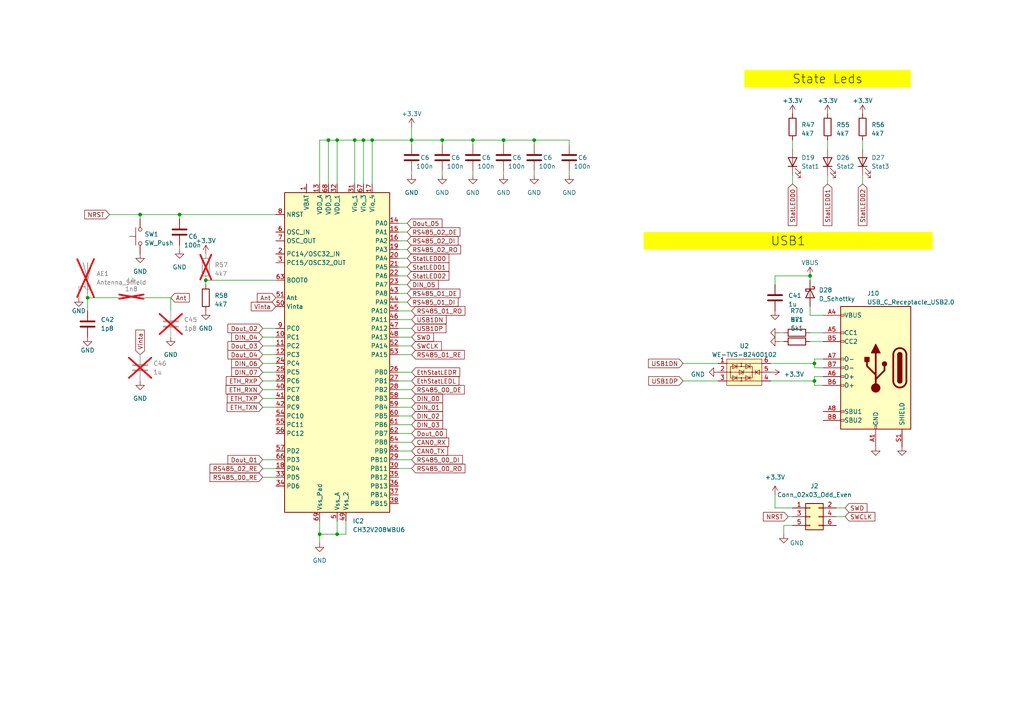
<source format=kicad_sch>
(kicad_sch (version 20231120) (generator "eeschema") (generator_version "8.0")
  (paper "A4")
  (lib_symbols
    (symbol "Connector:USB_C_Receptacle_USB2.0" (pin_names (offset 1.016))
      (property "Reference" "J" (at -10.16 19.05 0))
      (property "Value" "USB_C_Receptacle_USB2.0" (at 19.05 19.05 0))
      (symbol "USB_C_Receptacle_USB2.0_0_0"
        (rectangle (start -0.254 -17.78) (end 0.254 -16.764))
        (rectangle (start 10.16 -14.986) (end 9.144 -15.494))
        (rectangle (start 10.16 -12.446) (end 9.144 -12.954))
        (rectangle (start 10.16 -4.826) (end 9.144 -5.334))
        (rectangle (start 10.16 -2.286) (end 9.144 -2.794))
        (rectangle (start 10.16 0.254) (end 9.144 -0.254))
        (rectangle (start 10.16 2.794) (end 9.144 2.286))
        (rectangle (start 10.16 7.874) (end 9.144 7.366))
        (rectangle (start 10.16 10.414) (end 9.144 9.906))
        (rectangle (start 10.16 15.494) (end 9.144 14.986))
      )
      (symbol "USB_C_Receptacle_USB2.0_0_1"
        (rectangle (start -10.16 17.78) (end 10.16 -17.78) (stroke (width 0.254)) (fill (type background)))
        (arc (start -8.89 -3.81) (mid -6.985 -5.7067) (end -5.08 -3.81) (stroke (width 0.508)))
        (arc (start -7.62 -3.81) (mid -6.985 -4.4423) (end -6.35 -3.81) (stroke (width 0.254)))
        (arc (start -7.62 -3.81) (mid -6.985 -4.4423) (end -6.35 -3.81) (stroke (width 0.254)) (fill (type outline)))
        (rectangle (start -7.62 -3.81) (end -6.35 3.81) (stroke (width 0.254)) (fill (type outline)))
        (arc (start -6.35 3.81) (mid -6.985 4.4423) (end -7.62 3.81) (stroke (width 0.254)))
        (arc (start -6.35 3.81) (mid -6.985 4.4423) (end -7.62 3.81) (stroke (width 0.254)) (fill (type outline)))
        (arc (start -5.08 3.81) (mid -6.985 5.7067) (end -8.89 3.81) (stroke (width 0.508)))
        (circle (center -2.54 1.143) (radius 0.635) (stroke (width 0.254)) (fill (type outline)))
        (circle (center 0 -5.842) (radius 1.27) (fill (type outline)))
        (polyline (pts (xy -8.89 -3.81) (xy -8.89 3.81)) (stroke (width 0.508)))
        (polyline (pts (xy -5.08 3.81) (xy -5.08 -3.81)) (stroke (width 0.508)))
        (polyline (pts (xy 0 -5.842) (xy 0 4.318)) (stroke (width 0.508)))
        (polyline (pts (xy 0 -3.302) (xy -2.54 -0.762) (xy -2.54 0.508)) (stroke (width 0.508)))
        (polyline (pts (xy 0 -2.032) (xy 2.54 0.508) (xy 2.54 1.778)) (stroke (width 0.508)))
        (polyline (pts (xy -1.27 4.318) (xy 0 6.858) (xy 1.27 4.318) (xy -1.27 4.318)) (stroke (width 0.254)) (fill (type outline)))
        (rectangle (start 1.905 1.778) (end 3.175 3.048) (stroke (width 0.254)) (fill (type outline)))
      )
      (symbol "USB_C_Receptacle_USB2.0_1_1"
        (pin passive line (at 0 -22.86 90) (length 5.08) (name "GND") (number "A1"))
        (pin passive line (at 0 -22.86 90) (length 5.08) hide (name "GND") (number "A12"))
        (pin passive line (at 15.24 15.24 180) (length 5.08) (name "VBUS") (number "A4"))
        (pin bidirectional line (at 15.24 10.16 180) (length 5.08) (name "CC1") (number "A5"))
        (pin bidirectional line (at 15.24 -2.54 180) (length 5.08) (name "D+") (number "A6"))
        (pin bidirectional line (at 15.24 2.54 180) (length 5.08) (name "D-") (number "A7"))
        (pin bidirectional line (at 15.24 -12.7 180) (length 5.08) (name "SBU1") (number "A8"))
        (pin passive line (at 15.24 15.24 180) (length 5.08) hide (name "VBUS") (number "A9"))
        (pin passive line (at 0 -22.86 90) (length 5.08) hide (name "GND") (number "B1"))
        (pin passive line (at 0 -22.86 90) (length 5.08) hide (name "GND") (number "B12"))
        (pin passive line (at 15.24 15.24 180) (length 5.08) hide (name "VBUS") (number "B4"))
        (pin bidirectional line (at 15.24 7.62 180) (length 5.08) (name "CC2") (number "B5"))
        (pin bidirectional line (at 15.24 -5.08 180) (length 5.08) (name "D+") (number "B6"))
        (pin bidirectional line (at 15.24 0 180) (length 5.08) (name "D-") (number "B7"))
        (pin bidirectional line (at 15.24 -15.24 180) (length 5.08) (name "SBU2") (number "B8"))
        (pin passive line (at 15.24 15.24 180) (length 5.08) hide (name "VBUS") (number "B9"))
        (pin passive line (at -7.62 -22.86 90) (length 5.08) (name "SHIELD") (number "S1"))
      )
    )
    (symbol "Connector_Generic:Conn_02x03_Odd_Even" (pin_names (offset 1.016) hide)
      (property "Reference" "J" (at 1.27 5.08 0))
      (property "Value" "Conn_02x03_Odd_Even" (at 1.27 -5.08 0))
      (symbol "Conn_02x03_Odd_Even_1_1"
        (rectangle (start -1.27 -2.413) (end 0 -2.667) (stroke (width 0.1524)))
        (rectangle (start -1.27 0.127) (end 0 -0.127) (stroke (width 0.1524)))
        (rectangle (start -1.27 2.667) (end 0 2.413) (stroke (width 0.1524)))
        (rectangle (start -1.27 3.81) (end 3.81 -3.81) (stroke (width 0.254)) (fill (type background)))
        (rectangle (start 3.81 -2.413) (end 2.54 -2.667) (stroke (width 0.1524)))
        (rectangle (start 3.81 0.127) (end 2.54 -0.127) (stroke (width 0.1524)))
        (rectangle (start 3.81 2.667) (end 2.54 2.413) (stroke (width 0.1524)))
        (pin passive line (at -5.08 2.54 0) (length 3.81) (name "Pin_1") (number "1"))
        (pin passive line (at 7.62 2.54 180) (length 3.81) (name "Pin_2") (number "2"))
        (pin passive line (at -5.08 0 0) (length 3.81) (name "Pin_3") (number "3"))
        (pin passive line (at 7.62 0 180) (length 3.81) (name "Pin_4") (number "4"))
        (pin passive line (at -5.08 -2.54 0) (length 3.81) (name "Pin_5") (number "5"))
        (pin passive line (at 7.62 -2.54 180) (length 3.81) (name "Pin_6") (number "6"))
      )
    )
    (symbol "Device:Antenna_Shield" (pin_numbers hide) (pin_names (offset 1.016) hide)
      (property "Reference" "AE" (at -1.905 4.445 0))
      (property "Value" "Antenna_Shield" (at -1.905 2.54 0))
      (symbol "Antenna_Shield_0_1"
        (arc (start -0.508 -1.143) (mid -0.8429 -2.1194) (end 0 -2.667))
        (arc (start 0 -2.667) (mid 0.7989 -2.1052) (end 0.508 -1.143))
        (polyline (pts (xy 0 -2.54) (xy 0 0)))
        (polyline (pts (xy 0 5.08) (xy 0 -3.81)) (stroke (width 0.254)))
        (polyline (pts (xy 0.762 -1.905) (xy 2.54 -1.905)))
        (polyline (pts (xy 2.54 -2.54) (xy 2.54 -1.905)))
        (polyline (pts (xy 1.27 5.08) (xy 0 0) (xy -1.27 5.08)) (stroke (width 0.254)))
        (circle (center 0.762 -1.905) (radius 0.1778) (fill (type outline)))
      )
      (symbol "Antenna_Shield_1_1"
        (pin input line (at 0 -5.08 90) (length 2.54) (name "A") (number "1"))
        (pin input line (at 2.54 -5.08 90) (length 2.54) (name "Shield") (number "2"))
      )
    )
    (symbol "Device:C" (pin_numbers hide) (pin_names (offset 0.254))
      (property "Reference" "C" (at 0.635 2.54 0))
      (property "Value" "C" (at 0.635 -2.54 0))
      (symbol "C_0_1"
        (polyline (pts (xy -2.032 -0.762) (xy 2.032 -0.762)) (stroke (width 0.508)))
        (polyline (pts (xy -2.032 0.762) (xy 2.032 0.762)) (stroke (width 0.508)))
      )
      (symbol "C_1_1"
        (pin passive line (at 0 3.81 270) (length 2.794) (name "~") (number "1"))
        (pin passive line (at 0 -3.81 90) (length 2.794) (name "~") (number "2"))
      )
    )
    (symbol "Device:D_Schottky" (pin_numbers hide) (pin_names (offset 1.016) hide)
      (property "Reference" "D" (at 0 2.54 0))
      (property "Value" "D_Schottky" (at 0 -2.54 0))
      (symbol "D_Schottky_0_1"
        (polyline (pts (xy 1.27 0) (xy -1.27 0)))
        (polyline (pts (xy 1.27 1.27) (xy 1.27 -1.27) (xy -1.27 0) (xy 1.27 1.27)) (stroke (width 0.254)))
        (polyline (pts (xy -1.905 0.635) (xy -1.905 1.27) (xy -1.27 1.27) (xy -1.27 -1.27) (xy -0.635 -1.27) (xy -0.635 -0.635)) (stroke (width 0.254)))
      )
      (symbol "D_Schottky_1_1"
        (pin passive line (at -3.81 0 0) (length 2.54) (name "K") (number "1"))
        (pin passive line (at 3.81 0 180) (length 2.54) (name "A") (number "2"))
      )
    )
    (symbol "Device:L" (pin_numbers hide) (pin_names (offset 1.016) hide)
      (property "Reference" "L" (at -1.27 0 90))
      (property "Value" "L" (at 1.905 0 90))
      (symbol "L_0_1"
        (arc (start 0 -2.54) (mid 0.6323 -1.905) (end 0 -1.27))
        (arc (start 0 -1.27) (mid 0.6323 -0.635) (end 0 0))
        (arc (start 0 0) (mid 0.6323 0.635) (end 0 1.27))
        (arc (start 0 1.27) (mid 0.6323 1.905) (end 0 2.54))
      )
      (symbol "L_1_1"
        (pin passive line (at 0 3.81 270) (length 1.27) (name "1") (number "1"))
        (pin passive line (at 0 -3.81 90) (length 1.27) (name "2") (number "2"))
      )
    )
    (symbol "Device:LED" (pin_numbers hide) (pin_names (offset 1.016) hide)
      (property "Reference" "D" (at 0 2.54 0))
      (property "Value" "LED" (at 0 -2.54 0))
      (symbol "LED_0_1"
        (polyline (pts (xy -1.27 -1.27) (xy -1.27 1.27)) (stroke (width 0.254)))
        (polyline (pts (xy -1.27 0) (xy 1.27 0)))
        (polyline (pts (xy 1.27 -1.27) (xy 1.27 1.27) (xy -1.27 0) (xy 1.27 -1.27)) (stroke (width 0.254)))
        (polyline (pts (xy -3.048 -0.762) (xy -4.572 -2.286) (xy -3.81 -2.286) (xy -4.572 -2.286) (xy -4.572 -1.524)))
        (polyline (pts (xy -1.778 -0.762) (xy -3.302 -2.286) (xy -2.54 -2.286) (xy -3.302 -2.286) (xy -3.302 -1.524)))
      )
      (symbol "LED_1_1"
        (pin passive line (at -3.81 0 0) (length 2.54) (name "K") (number "1"))
        (pin passive line (at 3.81 0 180) (length 2.54) (name "A") (number "2"))
      )
    )
    (symbol "Device:R" (pin_numbers hide) (pin_names (offset 0))
      (property "Reference" "R" (at 2.032 0 90))
      (property "Value" "R" (at 0 0 90))
      (symbol "R_0_1"
        (rectangle (start -1.016 -2.54) (end 1.016 2.54) (stroke (width 0.254)))
      )
      (symbol "R_1_1"
        (pin passive line (at 0 3.81 270) (length 1.27) (name "~") (number "1"))
        (pin passive line (at 0 -3.81 90) (length 1.27) (name "~") (number "2"))
      )
    )
    (symbol "Power_Protection:WE-TVS-82400102"
      (property "Reference" "U" (at 0 7.62 0))
      (property "Value" "WE-TVS-82400102" (at 0 5.08 0))
      (symbol "WE-TVS-82400102_0_1"
        (rectangle (start -5.08 3.81) (end 5.08 -3.81) (fill (type background)))
        (circle (center -4.064 0) (radius 0.127))
        (rectangle (start -4.064 1.651) (end 2.286 -1.651))
        (circle (center -0.889 -2.54) (radius 0.127))
        (circle (center -0.889 -1.651) (radius 0.127))
        (circle (center -0.889 1.651) (radius 0.127))
        (circle (center -0.889 2.54) (radius 0.127))
        (polyline (pts (xy -5.08 -2.54) (xy 5.08 -2.54)))
        (polyline (pts (xy -5.08 2.54) (xy 5.08 2.54)))
        (polyline (pts (xy -4.064 0) (xy -5.08 0)))
        (polyline (pts (xy -4.064 0) (xy 2.286 0)) (fill (type outline)))
        (polyline (pts (xy -2.159 -1.016) (xy -2.159 -2.286)))
        (polyline (pts (xy -2.159 2.286) (xy -2.159 1.016)))
        (polyline (pts (xy -0.889 -1.651) (xy -0.889 -2.413)))
        (polyline (pts (xy -0.889 1.651) (xy -0.889 2.54)))
        (polyline (pts (xy -0.508 -0.635) (xy -0.508 -0.635)))
        (polyline (pts (xy 1.651 -1.016) (xy 1.651 -2.286)))
        (polyline (pts (xy 1.651 2.286) (xy 1.651 1.016)))
        (polyline (pts (xy 2.286 0) (xy 5.08 0)))
        (polyline (pts (xy -3.429 -1.016) (xy -3.429 -2.286) (xy -2.159 -1.651) (xy -3.429 -1.016)))
        (polyline (pts (xy -3.429 1.016) (xy -3.429 2.286) (xy -2.159 1.651) (xy -3.429 1.016)))
        (polyline (pts (xy 0 0.635) (xy -0.254 0.381) (xy -0.254 -0.381) (xy -0.508 -0.635)))
        (polyline (pts (xy 0.381 -1.016) (xy 0.381 -2.286) (xy 1.651 -1.651) (xy 0.381 -1.016)))
        (polyline (pts (xy 0.381 1.016) (xy 0.381 2.286) (xy 1.651 1.651) (xy 0.381 1.016)))
        (circle (center 2.286 0) (radius 0.127))
      )
      (symbol "WE-TVS-82400102_1_1"
        (polyline (pts (xy 3.175 0.635) (xy 3.175 -0.635)))
        (polyline (pts (xy -1.524 0.635) (xy -1.524 -0.635) (xy -0.254 0) (xy -1.524 0.635)))
        (polyline (pts (xy 4.445 0.635) (xy 4.445 -0.635) (xy 3.175 0) (xy 4.445 0.635)))
        (pin passive line (at -7.62 2.54 0) (length 2.54) (name "~") (number "1"))
        (pin passive line (at -7.62 0 0) (length 2.54) (name "~") (number "2"))
        (pin passive line (at -7.62 -2.54 0) (length 2.54) (name "~") (number "3"))
        (pin passive line (at 7.62 -2.54 180) (length 2.54) (name "~") (number "4"))
        (pin passive line (at 7.62 0 180) (length 2.54) (name "~") (number "5"))
        (pin passive line (at 7.62 2.54 180) (length 2.54) (name "~") (number "6"))
      )
    )
    (symbol "Switch:SW_Push" (pin_numbers hide) (pin_names (offset 1.016) hide)
      (property "Reference" "SW" (at 1.27 2.54 0))
      (property "Value" "SW_Push" (at 0 -1.524 0))
      (symbol "SW_Push_0_1"
        (circle (center -2.032 0) (radius 0.508))
        (polyline (pts (xy 0 1.27) (xy 0 3.048)))
        (polyline (pts (xy 2.54 1.27) (xy -2.54 1.27)))
        (circle (center 2.032 0) (radius 0.508))
        (pin passive line (at -5.08 0 0) (length 2.54) (name "1") (number "1"))
        (pin passive line (at 5.08 0 180) (length 2.54) (name "2") (number "2"))
      )
    )
    (symbol "WCH:CH32V208WBU6"
      (property "Reference" "IC" (at -3.81 5.08 0))
      (property "Value" "CH32V208WBU6" (at -1.27 2.54 0))
      (symbol "CH32V208WBU6_1_1"
        (rectangle (start -16.51 49.53) (end 13.97 -43.18) (stroke (width 0.254)) (fill (type background)))
        (pin input line (at -10.16 52.07 270) (length 2.54) (name "VBAT") (number "1"))
        (pin input line (at -19.05 7.62 0) (length 2.54) (name "PC1") (number "10"))
        (pin input line (at -19.05 5.08 0) (length 2.54) (name "PC2") (number "11"))
        (pin input line (at -19.05 2.54 0) (length 2.54) (name "PC3") (number "12"))
        (pin input line (at -6.35 52.07 270) (length 2.54) (name "VDD_A") (number "13"))
        (pin input line (at 16.51 40.64 180) (length 2.54) (name "PA0") (number "14"))
        (pin input line (at 16.51 38.1 180) (length 2.54) (name "PA1") (number "15"))
        (pin input line (at 16.51 35.56 180) (length 2.54) (name "PA2") (number "16"))
        (pin input line (at 8.89 52.07 270) (length 2.54) (name "Vio_4") (number "17"))
        (pin input line (at -19.05 -30.48 0) (length 2.54) (name "PD4") (number "18"))
        (pin input line (at 16.51 33.02 180) (length 2.54) (name "PA3") (number "19"))
        (pin input line (at -19.05 31.75 0) (length 2.54) (name "PC14/OSC32_IN") (number "2"))
        (pin input line (at 16.51 30.48 180) (length 2.54) (name "PA4") (number "20"))
        (pin input line (at 16.51 27.94 180) (length 2.54) (name "PA5") (number "21"))
        (pin input line (at 16.51 25.4 180) (length 2.54) (name "PA6") (number "22"))
        (pin input line (at 16.51 22.86 180) (length 2.54) (name "PA7") (number "23"))
        (pin input line (at -19.05 0 0) (length 2.54) (name "PC4") (number "24"))
        (pin input line (at -19.05 -2.54 0) (length 2.54) (name "PC5") (number "25"))
        (pin input line (at 16.51 -2.54 180) (length 2.54) (name "PB0") (number "26"))
        (pin input line (at 16.51 -5.08 180) (length 2.54) (name "PB1") (number "27"))
        (pin input line (at 16.51 -7.62 180) (length 2.54) (name "PB2") (number "28"))
        (pin input line (at 16.51 -27.94 180) (length 2.54) (name "PB10") (number "29"))
        (pin input line (at -19.05 29.21 0) (length 2.54) (name "PC15/OSC32_OUT") (number "3"))
        (pin input line (at 16.51 -30.48 180) (length 2.54) (name "PB11") (number "30"))
        (pin input line (at 3.81 52.07 270) (length 2.54) (name "Vio_1") (number "31"))
        (pin input line (at -1.27 52.07 270) (length 2.54) (name "VDD_1") (number "32"))
        (pin input line (at -19.05 -33.02 0) (length 2.54) (name "PD5") (number "33"))
        (pin input line (at -19.05 -35.56 0) (length 2.54) (name "PD6") (number "34"))
        (pin input line (at 16.51 -33.02 180) (length 2.54) (name "PB12") (number "35"))
        (pin input line (at 16.51 -35.56 180) (length 2.54) (name "PB13") (number "36"))
        (pin input line (at 16.51 -38.1 180) (length 2.54) (name "PB14") (number "37"))
        (pin input line (at 16.51 -40.64 180) (length 2.54) (name "PB15") (number "38"))
        (pin input line (at -19.05 -5.08 0) (length 2.54) (name "PC6") (number "39"))
        (pin input line (at -19.05 -7.62 0) (length 2.54) (name "PC7") (number "40"))
        (pin input line (at -19.05 -10.16 0) (length 2.54) (name "PC8") (number "41"))
        (pin input line (at -19.05 -12.7 0) (length 2.54) (name "PC9") (number "42"))
        (pin input line (at 16.51 20.32 180) (length 2.54) (name "PA8") (number "43"))
        (pin input line (at 16.51 17.78 180) (length 2.54) (name "PA9") (number "44"))
        (pin input line (at 16.51 15.24 180) (length 2.54) (name "PA10") (number "45"))
        (pin input line (at 16.51 12.7 180) (length 2.54) (name "PA11") (number "46"))
        (pin input line (at 16.51 10.16 180) (length 2.54) (name "PA12") (number "47"))
        (pin input line (at 16.51 7.62 180) (length 2.54) (name "PA13") (number "48"))
        (pin input line (at 1.27 -45.72 90) (length 2.54) (name "Vss_2") (number "49"))
        (pin input line (at -1.27 -45.72 90) (length 2.54) (name "Vss_A") (number "5"))
        (pin input line (at -19.05 16.51 0) (length 2.54) (name "Vinta") (number "50"))
        (pin input line (at -19.05 19.05 0) (length 2.54) (name "Ant") (number "51"))
        (pin input line (at 16.51 5.08 180) (length 2.54) (name "PA14") (number "52"))
        (pin input line (at 16.51 2.54 180) (length 2.54) (name "PA15") (number "53"))
        (pin input line (at -19.05 -15.24 0) (length 2.54) (name "PC10") (number "54"))
        (pin input line (at -19.05 -17.78 0) (length 2.54) (name "PC11") (number "55"))
        (pin input line (at -19.05 -20.32 0) (length 2.54) (name "PC12") (number "56"))
        (pin input line (at -19.05 -25.4 0) (length 2.54) (name "PD2") (number "57"))
        (pin input line (at 16.51 -10.16 180) (length 2.54) (name "PB3") (number "58"))
        (pin input line (at 16.51 -12.7 180) (length 2.54) (name "PB4") (number "59"))
        (pin input line (at -19.05 38.1 0) (length 2.54) (name "OSC_IN") (number "6"))
        (pin input line (at 16.51 -15.24 180) (length 2.54) (name "PB5") (number "60"))
        (pin input line (at 16.51 -17.78 180) (length 2.54) (name "PB6") (number "61"))
        (pin input line (at 16.51 -20.32 180) (length 2.54) (name "PB7") (number "62"))
        (pin input line (at -19.05 24.13 0) (length 2.54) (name "BOOT0") (number "63"))
        (pin input line (at 16.51 -22.86 180) (length 2.54) (name "PB8") (number "64"))
        (pin input line (at 16.51 -25.4 180) (length 2.54) (name "PB9") (number "65"))
        (pin input line (at -19.05 -27.94 0) (length 2.54) (name "PD3") (number "66"))
        (pin input line (at 6.35 52.07 270) (length 2.54) (name "Vio_3") (number "67"))
        (pin input line (at -3.81 52.07 270) (length 2.54) (name "VDD_3") (number "68"))
        (pin input line (at -6.35 -45.72 90) (length 2.54) (name "Vss_Pad") (number "69"))
        (pin input line (at -19.05 35.56 0) (length 2.54) (name "OSC_OUT") (number "7"))
        (pin input line (at -19.05 43.18 0) (length 2.54) (name "NRST") (number "8"))
        (pin input line (at -19.05 10.16 0) (length 2.54) (name "PC0") (number "9"))
      )
    )
    (symbol "power:+3.3V" (power) (pin_names (offset 0))
      (property "Value" "+3.3V" (at 0 3.556 0))
      (symbol "+3.3V_0_1"
        (polyline (pts (xy -0.762 1.27) (xy 0 2.54)))
        (polyline (pts (xy 0 0) (xy 0 2.54)))
        (polyline (pts (xy 0 2.54) (xy 0.762 1.27)))
      )
      (symbol "+3.3V_1_1"
        (pin power_in line (at 0 0 90) (length 0) hide (name "+3.3V") (number "1"))
      )
    )
    (symbol "power:GND" (power) (pin_names (offset 0))
      (property "Value" "GND" (at 0 -3.81 0))
      (symbol "GND_0_1"
        (polyline (pts (xy 0 0) (xy 0 -1.27) (xy 1.27 -1.27) (xy 0 -2.54) (xy -1.27 -1.27) (xy 0 -1.27)))
      )
      (symbol "GND_1_1"
        (pin power_in line (at 0 0 270) (length 0) hide (name "GND") (number "1"))
      )
    )
    (symbol "power:VBUS" (power) (pin_names (offset 0))
      (property "Value" "VBUS" (at 0 3.81 0))
      (symbol "VBUS_0_1"
        (polyline (pts (xy -0.762 1.27) (xy 0 2.54)))
        (polyline (pts (xy 0 0) (xy 0 2.54)))
        (polyline (pts (xy 0 2.54) (xy 0.762 1.27)))
      )
      (symbol "VBUS_1_1"
        (pin power_in line (at 0 0 90) (length 0) hide (name "VBUS") (number "1"))
      )
    )
  )
  (junction (at 234.95 80.01))
  (junction (at 92.71 154.94))
  (junction (at 97.79 154.94))
  (junction (at 119.38 40.64))
  (junction (at 146.05 40.64))
  (junction (at 236.22 105.41))
  (junction (at 97.79 40.64))
  (junction (at 40.64 62.23))
  (junction (at 52.07 62.23))
  (junction (at 59.69 81.28))
  (junction (at 102.87 40.64))
  (junction (at 107.95 40.64))
  (junction (at 137.16 40.64))
  (junction (at 105.41 40.64))
  (junction (at 128.27 40.64))
  (junction (at 95.25 40.64))
  (junction (at 154.94 40.64))
  (junction (at 236.22 110.49))
  (junction (at 25.4 86.36))
  (wire (pts (xy 128.27 49.53) (xy 128.27 50.8)))
  (wire (pts (xy 76.2 107.95) (xy 80.01 107.95)))
  (wire (pts (xy 224.79 147.32) (xy 229.87 147.32)))
  (wire (pts (xy 154.94 49.53) (xy 154.94 50.8)))
  (wire (pts (xy 236.22 111.76) (xy 238.76 111.76)))
  (wire (pts (xy 40.64 63.5) (xy 40.64 62.23)))
  (wire (pts (xy 52.07 63.5) (xy 52.07 62.23)))
  (wire (pts (xy 119.38 107.95) (xy 115.57 107.95)))
  (wire (pts (xy 236.22 110.49) (xy 236.22 111.76)))
  (wire (pts (xy 76.2 138.43) (xy 80.01 138.43)))
  (wire (pts (xy 31.75 62.23) (xy 40.64 62.23)))
  (wire (pts (xy 137.16 40.64) (xy 146.05 40.64)))
  (wire (pts (xy 95.25 40.64) (xy 95.25 53.34)))
  (wire (pts (xy 119.38 125.73) (xy 115.57 125.73)))
  (wire (pts (xy 119.38 133.35) (xy 115.57 133.35)))
  (wire (pts (xy 119.38 120.65) (xy 115.57 120.65)))
  (wire (pts (xy 102.87 40.64) (xy 105.41 40.64)))
  (wire (pts (xy 223.52 105.41) (xy 236.22 105.41)))
  (wire (pts (xy 234.95 96.52) (xy 238.76 96.52)))
  (wire (pts (xy 165.1 49.53) (xy 165.1 50.8)))
  (wire (pts (xy 59.69 81.28) (xy 80.01 81.28)))
  (wire (pts (xy 76.2 110.49) (xy 80.01 110.49)))
  (wire (pts (xy 118.11 80.01) (xy 115.57 80.01)))
  (wire (pts (xy 238.76 109.22) (xy 236.22 109.22)))
  (wire (pts (xy 242.57 147.32) (xy 245.11 147.32)))
  (wire (pts (xy 118.11 74.93) (xy 115.57 74.93)))
  (wire (pts (xy 118.11 67.31) (xy 115.57 67.31)))
  (wire (pts (xy 198.12 105.41) (xy 208.28 105.41)))
  (wire (pts (xy 115.57 128.27) (xy 119.38 128.27)))
  (wire (pts (xy 146.05 40.64) (xy 154.94 40.64)))
  (wire (pts (xy 76.2 97.79) (xy 80.01 97.79)))
  (wire (pts (xy 154.94 40.64) (xy 165.1 40.64)))
  (wire (pts (xy 76.2 113.03) (xy 80.01 113.03)))
  (wire (pts (xy 76.2 102.87) (xy 80.01 102.87)))
  (wire (pts (xy 223.52 110.49) (xy 236.22 110.49)))
  (wire (pts (xy 226.06 99.06) (xy 227.33 99.06)))
  (wire (pts (xy 49.53 86.36) (xy 49.53 90.17)))
  (wire (pts (xy 227.33 152.4) (xy 229.87 152.4)))
  (wire (pts (xy 92.71 53.34) (xy 92.71 40.64)))
  (wire (pts (xy 154.94 41.91) (xy 154.94 40.64)))
  (wire (pts (xy 234.95 91.44) (xy 238.76 91.44)))
  (wire (pts (xy 97.79 40.64) (xy 97.79 53.34)))
  (wire (pts (xy 128.27 40.64) (xy 137.16 40.64)))
  (wire (pts (xy 224.79 143.51) (xy 224.79 147.32)))
  (wire (pts (xy 105.41 40.64) (xy 107.95 40.64)))
  (wire (pts (xy 234.95 99.06) (xy 238.76 99.06)))
  (wire (pts (xy 224.79 82.55) (xy 224.79 80.01)))
  (wire (pts (xy 100.33 151.13) (xy 100.33 154.94)))
  (wire (pts (xy 118.11 69.85) (xy 115.57 69.85)))
  (wire (pts (xy 95.25 40.64) (xy 97.79 40.64)))
  (wire (pts (xy 118.11 77.47) (xy 115.57 77.47)))
  (wire (pts (xy 118.11 82.55) (xy 115.57 82.55)))
  (wire (pts (xy 137.16 49.53) (xy 137.16 50.8)))
  (wire (pts (xy 229.87 40.64) (xy 229.87 43.18)))
  (wire (pts (xy 92.71 151.13) (xy 92.71 154.94)))
  (wire (pts (xy 25.4 86.36) (xy 25.4 90.17)))
  (wire (pts (xy 236.22 109.22) (xy 236.22 110.49)))
  (wire (pts (xy 119.38 49.53) (xy 119.38 50.8)))
  (wire (pts (xy 118.11 85.09) (xy 115.57 85.09)))
  (wire (pts (xy 76.2 115.57) (xy 80.01 115.57)))
  (wire (pts (xy 227.33 154.94) (xy 227.33 152.4)))
  (wire (pts (xy 52.07 62.23) (xy 80.01 62.23)))
  (wire (pts (xy 234.95 80.01) (xy 234.95 81.28)))
  (wire (pts (xy 224.79 80.01) (xy 234.95 80.01)))
  (wire (pts (xy 118.11 87.63) (xy 115.57 87.63)))
  (wire (pts (xy 119.38 90.17) (xy 115.57 90.17)))
  (wire (pts (xy 236.22 105.41) (xy 236.22 106.68)))
  (wire (pts (xy 119.38 41.91) (xy 119.38 40.64)))
  (wire (pts (xy 128.27 41.91) (xy 128.27 40.64)))
  (wire (pts (xy 119.38 40.64) (xy 128.27 40.64)))
  (wire (pts (xy 226.06 96.52) (xy 227.33 96.52)))
  (wire (pts (xy 146.05 49.53) (xy 146.05 50.8)))
  (wire (pts (xy 228.6 149.86) (xy 229.87 149.86)))
  (wire (pts (xy 97.79 151.13) (xy 97.79 154.94)))
  (wire (pts (xy 119.38 36.83) (xy 119.38 40.64)))
  (wire (pts (xy 240.03 40.64) (xy 240.03 43.18)))
  (wire (pts (xy 76.2 100.33) (xy 80.01 100.33)))
  (wire (pts (xy 107.95 40.64) (xy 107.95 53.34)))
  (wire (pts (xy 242.57 149.86) (xy 245.11 149.86)))
  (wire (pts (xy 100.33 154.94) (xy 97.79 154.94)))
  (wire (pts (xy 92.71 40.64) (xy 95.25 40.64)))
  (wire (pts (xy 119.38 40.64) (xy 107.95 40.64)))
  (wire (pts (xy 229.87 50.8) (xy 229.87 53.34)))
  (wire (pts (xy 76.2 133.35) (xy 80.01 133.35)))
  (wire (pts (xy 115.57 130.81) (xy 119.38 130.81)))
  (wire (pts (xy 137.16 41.91) (xy 137.16 40.64)))
  (wire (pts (xy 250.19 53.34) (xy 250.19 50.8)))
  (wire (pts (xy 146.05 41.91) (xy 146.05 40.64)))
  (wire (pts (xy 52.07 71.12) (xy 52.07 72.39)))
  (wire (pts (xy 119.38 123.19) (xy 115.57 123.19)))
  (wire (pts (xy 118.11 72.39) (xy 115.57 72.39)))
  (wire (pts (xy 198.12 110.49) (xy 208.28 110.49)))
  (wire (pts (xy 119.38 135.89) (xy 115.57 135.89)))
  (wire (pts (xy 76.2 118.11) (xy 80.01 118.11)))
  (wire (pts (xy 119.38 118.11) (xy 115.57 118.11)))
  (wire (pts (xy 102.87 40.64) (xy 102.87 53.34)))
  (wire (pts (xy 115.57 92.71) (xy 119.38 92.71)))
  (wire (pts (xy 34.29 86.36) (xy 25.4 86.36)))
  (wire (pts (xy 115.57 97.79) (xy 119.38 97.79)))
  (wire (pts (xy 76.2 105.41) (xy 80.01 105.41)))
  (wire (pts (xy 92.71 154.94) (xy 92.71 157.48)))
  (wire (pts (xy 236.22 106.68) (xy 238.76 106.68)))
  (wire (pts (xy 234.95 88.9) (xy 234.95 91.44)))
  (wire (pts (xy 97.79 154.94) (xy 92.71 154.94)))
  (wire (pts (xy 76.2 95.25) (xy 80.01 95.25)))
  (wire (pts (xy 115.57 100.33) (xy 119.38 100.33)))
  (wire (pts (xy 97.79 40.64) (xy 102.87 40.64)))
  (wire (pts (xy 105.41 40.64) (xy 105.41 53.34)))
  (wire (pts (xy 76.2 135.89) (xy 80.01 135.89)))
  (wire (pts (xy 236.22 104.14) (xy 236.22 105.41)))
  (wire (pts (xy 41.91 86.36) (xy 49.53 86.36)))
  (wire (pts (xy 119.38 115.57) (xy 115.57 115.57)))
  (wire (pts (xy 40.64 62.23) (xy 52.07 62.23)))
  (wire (pts (xy 240.03 53.34) (xy 240.03 50.8)))
  (wire (pts (xy 59.69 81.28) (xy 59.69 82.55)))
  (wire (pts (xy 119.38 110.49) (xy 115.57 110.49)))
  (wire (pts (xy 119.38 113.03) (xy 115.57 113.03)))
  (wire (pts (xy 250.19 40.64) (xy 250.19 43.18)))
  (wire (pts (xy 119.38 102.87) (xy 115.57 102.87)))
  (wire (pts (xy 115.57 95.25) (xy 119.38 95.25)))
  (wire (pts (xy 118.11 64.77) (xy 115.57 64.77)))
  (wire (pts (xy 238.76 104.14) (xy 236.22 104.14)))
  (wire (pts (xy 165.1 41.91) (xy 165.1 40.64)))
  (text_box "USB1" (at 186.69 67.31 0) (size 83.82 5.08) (stroke (width -0.0001)) (fill (type color) (color 255 255 0 1)) (effects (font (size 2.54 2.54))))
  (text_box "State Leds" (at 215.9 20.32 0) (size 48.26 5.08) (stroke (width -0.0001)) (fill (type color) (color 255 255 0 1)) (effects (font (size 2.54 2.54))))
  (global_label "SWD" (shape input) (at 119.38 97.79 0) (property "Intersheetrefs" "${INTERSHEET_REFS}" (effects (hide yes))))
  (global_label "SWCLK" (shape input) (at 119.38 100.33 0) (property "Intersheetrefs" "${INTERSHEET_REFS}" (effects (hide yes))))
  (global_label "CAN0_RX" (shape input) (at 119.38 128.27 0) (property "Intersheetrefs" "${INTERSHEET_REFS}" (effects (hide yes))))
  (global_label "RS485_01_RE" (shape input) (at 119.38 102.87 0) (property "Intersheetrefs" "${INTERSHEET_REFS}" (effects (hide yes))))
  (global_label "SWCLK" (shape input) (at 245.11 149.86 0) (property "Intersheetrefs" "${INTERSHEET_REFS}" (effects (hide yes))))
  (global_label "RS485_01_DE" (shape input) (at 118.11 85.09 0) (property "Intersheetrefs" "${INTERSHEET_REFS}" (effects (hide yes))))
  (global_label "USB1DN" (shape input) (at 198.12 105.41 180) (property "Intersheetrefs" "${INTERSHEET_REFS}" (effects (hide yes))))
  (global_label "NRST" (shape input) (at 31.75 62.23 180) (property "Intersheetrefs" "${INTERSHEET_REFS}" (effects (hide yes))))
  (global_label "USB1DN" (shape input) (at 119.38 92.71 0) (property "Intersheetrefs" "${INTERSHEET_REFS}" (effects (hide yes))))
  (global_label "ETH_RXP" (shape input) (at 76.2 110.49 180) (property "Intersheetrefs" "${INTERSHEET_REFS}" (effects (hide yes))))
  (global_label "CAN0_TX" (shape input) (at 119.38 130.81 0) (property "Intersheetrefs" "${INTERSHEET_REFS}" (effects (hide yes))))
  (global_label "SWD" (shape input) (at 245.11 147.32 0) (property "Intersheetrefs" "${INTERSHEET_REFS}" (effects (hide yes))))
  (global_label "RS485_02_RE" (shape input) (at 76.2 135.89 180) (property "Intersheetrefs" "${INTERSHEET_REFS}" (effects (hide yes))))
  (global_label "EthStatLEDL" (shape input) (at 119.38 110.49 0) (property "Intersheetrefs" "${INTERSHEET_REFS}" (effects (hide yes))))
  (global_label "RS485_02_RO" (shape input) (at 118.11 72.39 0) (property "Intersheetrefs" "${INTERSHEET_REFS}" (effects (hide yes))))
  (global_label "EthStatLEDR" (shape input) (at 119.38 107.95 0) (property "Intersheetrefs" "${INTERSHEET_REFS}" (effects (hide yes))))
  (global_label "StatLED02" (shape input) (at 118.11 80.01 0) (property "Intersheetrefs" "${INTERSHEET_REFS}" (effects (hide yes))))
  (global_label "RS485_00_DE" (shape input) (at 119.38 113.03 0) (property "Intersheetrefs" "${INTERSHEET_REFS}" (effects (hide yes))))
  (global_label "Vinta" (shape input) (at 40.64 102.87 90) (property "Intersheetrefs" "${INTERSHEET_REFS}" (effects (hide yes))))
  (global_label "DIN_07" (shape input) (at 76.2 107.95 180) (property "Intersheetrefs" "${INTERSHEET_REFS}" (effects (hide yes))))
  (global_label "Dout_02" (shape input) (at 76.2 95.25 180) (property "Intersheetrefs" "${INTERSHEET_REFS}" (effects (hide yes))))
  (global_label "Ant" (shape input) (at 49.53 86.36 0) (property "Intersheetrefs" "${INTERSHEET_REFS}" (effects (hide yes))))
  (global_label "RS485_00_DI" (shape input) (at 119.38 133.35 0) (property "Intersheetrefs" "${INTERSHEET_REFS}" (effects (hide yes))))
  (global_label "RS485_01_DI" (shape input) (at 118.11 87.63 0) (property "Intersheetrefs" "${INTERSHEET_REFS}" (effects (hide yes))))
  (global_label "ETH_TXP" (shape input) (at 76.2 115.57 180) (property "Intersheetrefs" "${INTERSHEET_REFS}" (effects (hide yes))))
  (global_label "StatLED01" (shape input) (at 240.03 53.34 270) (property "Intersheetrefs" "${INTERSHEET_REFS}" (effects (hide yes))))
  (global_label "Dout_00" (shape input) (at 119.38 125.73 0) (property "Intersheetrefs" "${INTERSHEET_REFS}" (effects (hide yes))))
  (global_label "ETH_TXN" (shape input) (at 76.2 118.11 180) (property "Intersheetrefs" "${INTERSHEET_REFS}" (effects (hide yes))))
  (global_label "RS485_00_RE" (shape input) (at 76.2 138.43 180) (property "Intersheetrefs" "${INTERSHEET_REFS}" (effects (hide yes))))
  (global_label "USB1DP" (shape input) (at 198.12 110.49 180) (property "Intersheetrefs" "${INTERSHEET_REFS}" (effects (hide yes))))
  (global_label "StatLED00" (shape input) (at 229.87 53.34 270) (property "Intersheetrefs" "${INTERSHEET_REFS}" (effects (hide yes))))
  (global_label "Dout_04" (shape input) (at 76.2 102.87 180) (property "Intersheetrefs" "${INTERSHEET_REFS}" (effects (hide yes))))
  (global_label "Dout_01" (shape input) (at 76.2 133.35 180) (property "Intersheetrefs" "${INTERSHEET_REFS}" (effects (hide yes))))
  (global_label "RS485_02_DE" (shape input) (at 118.11 67.31 0) (property "Intersheetrefs" "${INTERSHEET_REFS}" (effects (hide yes))))
  (global_label "StatLED01" (shape input) (at 118.11 77.47 0) (property "Intersheetrefs" "${INTERSHEET_REFS}" (effects (hide yes))))
  (global_label "NRST" (shape input) (at 228.6 149.86 180) (property "Intersheetrefs" "${INTERSHEET_REFS}" (effects (hide yes))))
  (global_label "ETH_RXN" (shape input) (at 76.2 113.03 180) (property "Intersheetrefs" "${INTERSHEET_REFS}" (effects (hide yes))))
  (global_label "Ant" (shape input) (at 80.01 86.36 180) (property "Intersheetrefs" "${INTERSHEET_REFS}" (effects (hide yes))))
  (global_label "Dout_05" (shape input) (at 118.11 64.77 0) (property "Intersheetrefs" "${INTERSHEET_REFS}" (effects (hide yes))))
  (global_label "DIN_02" (shape input) (at 119.38 120.65 0) (property "Intersheetrefs" "${INTERSHEET_REFS}" (effects (hide yes))))
  (global_label "DIN_04" (shape input) (at 76.2 97.79 180) (property "Intersheetrefs" "${INTERSHEET_REFS}" (effects (hide yes))))
  (global_label "RS485_00_RO" (shape input) (at 119.38 135.89 0) (property "Intersheetrefs" "${INTERSHEET_REFS}" (effects (hide yes))))
  (global_label "DIN_00" (shape input) (at 119.38 115.57 0) (property "Intersheetrefs" "${INTERSHEET_REFS}" (effects (hide yes))))
  (global_label "DIN_01" (shape input) (at 119.38 118.11 0) (property "Intersheetrefs" "${INTERSHEET_REFS}" (effects (hide yes))))
  (global_label "USB1DP" (shape input) (at 119.38 95.25 0) (property "Intersheetrefs" "${INTERSHEET_REFS}" (effects (hide yes))))
  (global_label "Vinta" (shape input) (at 80.01 88.9 180) (property "Intersheetrefs" "${INTERSHEET_REFS}" (effects (hide yes))))
  (global_label "StatLED02" (shape input) (at 250.19 53.34 270) (property "Intersheetrefs" "${INTERSHEET_REFS}" (effects (hide yes))))
  (global_label "RS485_01_RO" (shape input) (at 119.38 90.17 0) (property "Intersheetrefs" "${INTERSHEET_REFS}" (effects (hide yes))))
  (global_label "StatLED00" (shape input) (at 118.11 74.93 0) (property "Intersheetrefs" "${INTERSHEET_REFS}" (effects (hide yes))))
  (global_label "RS485_02_DI" (shape input) (at 118.11 69.85 0) (property "Intersheetrefs" "${INTERSHEET_REFS}" (effects (hide yes))))
  (global_label "DIN_03" (shape input) (at 119.38 123.19 0) (property "Intersheetrefs" "${INTERSHEET_REFS}" (effects (hide yes))))
  (global_label "DIN_06" (shape input) (at 76.2 105.41 180) (property "Intersheetrefs" "${INTERSHEET_REFS}" (effects (hide yes))))
  (global_label "DIN_05" (shape input) (at 118.11 82.55 0) (property "Intersheetrefs" "${INTERSHEET_REFS}" (effects (hide yes))))
  (global_label "Dout_03" (shape input) (at 76.2 100.33 180) (property "Intersheetrefs" "${INTERSHEET_REFS}" (effects (hide yes))))
  (symbol (lib_id "power:GND") (at 25.4 97.79 0) (unit 1)
    (property "Reference" "#PWR097" (effects (hide yes)))
    (property "Value" "GND" (at 25.4 101.6 0))
  )
  (symbol (lib_id "power:GND") (at 22.86 86.36 0) (unit 1)
    (property "Reference" "#PWR0132" (effects (hide yes)))
    (property "Value" "GND" (at 22.86 90.17 0))
  )
  (symbol (lib_id "power:GND") (at 128.27 50.8 0) (unit 1)
    (property "Reference" "#PWR017" (effects (hide yes)))
    (property "Value" "GND" (at 128.27 55.88 0))
    (instances (project "StripController" (path "" (reference "#PWR017") (unit 1))) (project "WCH-ETH-LOW" (path "" (reference "#PWR06") (unit 1))) (project "Controller_Room" (path "" (reference "#PWR0129") (unit 1))) (project "WCH-ETH" (path "" (reference "#PWR08") (unit 1))))
  )
  (symbol (lib_id "power:GND") (at 59.69 90.17 0) (unit 1)
    (property "Reference" "#PWR017" (effects (hide yes)))
    (property "Value" "GND" (at 59.69 95.25 0))
    (instances (project "StripController" (path "" (reference "#PWR017") (unit 1))) (project "WCH-ETH-LOW" (path "" (reference "#PWR099") (unit 1))) (project "Controller_Room" (path "" (reference "#PWR0129") (unit 1))) (project "WCH-ETH" (path "" (reference "#PWR08") (unit 1))))
  )
  (symbol (lib_id "Device:D_Schottky") (at 234.95 85.09 270) (unit 1)
    (property "Reference" "D28" (at 237.49 84.1375 90) (effects (justify left)))
    (property "Value" "D_Schottky" (at 237.49 86.6775 90) (effects (justify left)))
    (property "Footprint" "Diode_SMD:D_SOD-323" (effects (hide yes)))
    (instances (project "WCH-ETH-LOW" (path "" (reference "D28") (unit 1))) (project "WCH-ETH" (path "" (reference "D2") (unit 1))))
  )
  (symbol (lib_id "power:+3.3V") (at 250.19 33.02 0) (unit 1)
    (property "Reference" "#PWR0100" (effects (hide yes)))
    (property "Value" "+3.3V" (at 250.19 29.21 0))
    (instances (project "WCH-ETH-LOW" (path "" (reference "#PWR0100") (unit 1))) (project "WCH-ETH" (path "" (reference "#PWR0133") (unit 1)) (path "" (reference "#PWR0133") (unit 1))))
  )
  (symbol (lib_id "Device:C") (at 137.16 45.72 0) (unit 1)
    (property "Reference" "C6" (at 139.7 45.72 0) (effects (justify left)))
    (property "Value" "100n" (at 138.43 48.26 0) (effects (justify left)))
    (property "Footprint" "Capacitor_SMD:C_0402_1005Metric" (effects (hide yes)))
    (instances (project "StripController" (path "" (reference "C6") (unit 1))) (project "WCH-ETH-LOW" (path "" (reference "C7") (unit 1))) (project "Controller_Room" (path "" (reference "C5") (unit 1))) (project "WCH-ETH" (path "" (reference "C4") (unit 1))))
  )
  (symbol (lib_id "power:GND") (at 224.79 90.17 0) (unit 1)
    (property "Reference" "#PWR0119" (effects (hide yes)))
    (property "Value" "GND" (effects (hide yes)))
    (instances (project "WCH-ETH-LOW" (path "" (reference "#PWR0119") (unit 1))) (project "WCH-ETH" (path "" (reference "#PWR026") (unit 1))))
  )
  (symbol (lib_id "power:GND") (at 226.06 99.06 270) (unit 1)
    (property "Reference" "#PWR0121" (effects (hide yes)))
    (property "Value" "GND" (effects (hide yes)))
    (instances (project "WCH-ETH-LOW" (path "" (reference "#PWR0121") (unit 1))) (project "WCH-ETH" (path "" (reference "#PWR094") (unit 1))))
  )
  (symbol (lib_id "power:GND") (at 165.1 50.8 0) (unit 1)
    (property "Reference" "#PWR017" (effects (hide yes)))
    (property "Value" "GND" (at 165.1 55.88 0))
    (instances (project "StripController" (path "" (reference "#PWR017") (unit 1))) (project "WCH-ETH-LOW" (path "" (reference "#PWR015") (unit 1))) (project "Controller_Room" (path "" (reference "#PWR0129") (unit 1))) (project "WCH-ETH" (path "" (reference "#PWR08") (unit 1))))
  )
  (symbol (lib_id "Device:LED") (at 240.03 46.99 90) (unit 1)
    (property "Reference" "D26" (at 242.57 45.72 90) (effects (justify right)))
    (property "Value" "Stat2" (at 242.57 48.26 90) (effects (justify right)))
    (property "Footprint" "LED_SMD:LED_0603_1608Metric" (effects (hide yes)))
    (instances (project "WCH-ETH-LOW" (path "" (reference "D26") (unit 1))) (project "WCH-ETH" (path "" (reference "D27") (unit 1)) (path "" (reference "D27") (unit 1))))
  )
  (symbol (lib_id "power:+3.3V") (at 224.79 143.51 0) (unit 1)
    (property "Reference" "#PWR0148" (effects (hide yes)))
    (property "Value" "+3.3V" (at 224.79 138.43 0))
    (instances (project "Lora_RP2040_RF95" (path "" (reference "#PWR0148") (unit 1))) (project "WCH-ETH-LOW" (path "" (reference "#PWR031") (unit 1))))
  )
  (symbol (lib_id "power:+3.3V") (at 223.52 107.95 270) (unit 1)
    (property "Reference" "#PWR0118" (effects (hide yes)))
    (property "Value" "+3.3V" (at 227.33 108.585 90) (effects (justify left)))
    (instances (project "WCH-ETH-LOW" (path "" (reference "#PWR0118") (unit 1))) (project "WCH-ETH" (path "" (reference "#PWR030") (unit 1))))
  )
  (symbol (lib_id "power:GND") (at 119.38 50.8 0) (unit 1)
    (property "Reference" "#PWR017" (effects (hide yes)))
    (property "Value" "GND" (at 119.38 55.88 0))
    (instances (project "StripController" (path "" (reference "#PWR017") (unit 1))) (project "WCH-ETH-LOW" (path "" (reference "#PWR02") (unit 1))) (project "Controller_Room" (path "" (reference "#PWR0129") (unit 1))) (project "WCH-ETH" (path "" (reference "#PWR08") (unit 1))))
  )
  (symbol (lib_id "power:GND") (at 49.53 97.79 0) (unit 1)
    (property "Reference" "#PWR0128" (effects (hide yes)))
    (property "Value" "GND" (at 49.53 102.87 0))
  )
  (symbol (lib_id "Device:LED") (at 229.87 46.99 90) (unit 1)
    (property "Reference" "D19" (at 232.41 45.72 90) (effects (justify right)))
    (property "Value" "Stat1" (at 232.41 48.26 90) (effects (justify right)))
    (property "Footprint" "LED_SMD:LED_0603_1608Metric" (effects (hide yes)))
    (instances (project "WCH-ETH-LOW" (path "" (reference "D19") (unit 1))) (project "WCH-ETH" (path "" (reference "D27") (unit 1)) (path "" (reference "D27") (unit 1))))
  )
  (symbol (lib_id "WCH:CH32V208WBU6") (at 99.06 105.41 0) (unit 1)
    (property "Reference" "IC2" (at 102.2859 151.13 0) (effects (justify left)))
    (property "Value" "CH32V208WBU6" (at 102.2859 153.67 0) (effects (justify left)))
    (property "Footprint" "Package_DFN_QFN:QFN-68-1EP_8x8mm_P0.4mm_EP5.2x5.2mm" (effects (hide yes)))
  )
  (symbol (lib_id "Device:R") (at 250.19 36.83 0) (unit 1)
    (property "Reference" "R56" (at 252.73 36.195 0) (effects (justify left)))
    (property "Value" "4k7" (at 252.73 38.735 0) (effects (justify left)))
    (property "Footprint" "Resistor_SMD:R_0402_1005Metric" (effects (hide yes)))
    (instances (project "WCH-ETH-LOW" (path "" (reference "R56") (unit 1))) (project "WCH-ETH" (path "" (reference "R62") (unit 1)) (path "" (reference "R62") (unit 1))))
  )
  (symbol (lib_id "power:GND") (at 146.05 50.8 0) (unit 1)
    (property "Reference" "#PWR017" (effects (hide yes)))
    (property "Value" "GND" (at 146.05 55.88 0))
    (instances (project "StripController" (path "" (reference "#PWR017") (unit 1))) (project "WCH-ETH-LOW" (path "" (reference "#PWR011") (unit 1))) (project "Controller_Room" (path "" (reference "#PWR0129") (unit 1))) (project "WCH-ETH" (path "" (reference "#PWR08") (unit 1))))
  )
  (symbol (lib_id "power:GND") (at 227.33 154.94 0) (unit 1)
    (property "Reference" "#PWR0147" (effects (hide yes)))
    (property "Value" "GND" (at 231.14 157.48 0))
    (instances (project "Lora_RP2040_RF95" (path "" (reference "#PWR0147") (unit 1))) (project "WCH-ETH-LOW" (path "" (reference "#PWR0116") (unit 1))))
  )
  (symbol (lib_id "Device:Antenna_Shield") (at 25.4 81.28 0) (mirror y) (unit 1) (dnp yes)
    (property "Reference" "AE1" (at 27.94 79.3749 0) (effects (justify right)))
    (property "Value" "Antenna_Shield" (at 27.94 81.9149 0) (effects (justify right)))
    (property "Footprint" "RF_Antenna:Texas_SWRA117D_2.4GHz_Left" (effects (hide yes)))
    (property "Description" "Antenna with extra pin for shielding" (effects (hide yes)))
  )
  (symbol (lib_id "power:GND") (at 92.71 157.48 0) (unit 1)
    (property "Reference" "#PWR017" (effects (hide yes)))
    (property "Value" "GND" (at 92.71 162.56 0))
    (instances (project "StripController" (path "" (reference "#PWR017") (unit 1))) (project "WCH-ETH-LOW" (path "" (reference "#PWR0115") (unit 1))) (project "Controller_Room" (path "" (reference "#PWR0129") (unit 1))) (project "WCH-ETH" (path "" (reference "#PWR08") (unit 1))))
  )
  (symbol (lib_id "power:GND") (at 52.07 72.39 0) (unit 1)
    (property "Reference" "#PWR017" (effects (hide yes)))
    (property "Value" "GND" (at 52.07 77.47 0))
    (instances (project "StripController" (path "" (reference "#PWR017") (unit 1))) (project "WCH-ETH-LOW" (path "" (reference "#PWR016") (unit 1))) (project "Controller_Room" (path "" (reference "#PWR0129") (unit 1))) (project "WCH-ETH" (path "" (reference "#PWR08") (unit 1))))
  )
  (symbol (lib_id "power:GND") (at 40.64 73.66 0) (unit 1)
    (property "Reference" "#PWR017" (effects (hide yes)))
    (property "Value" "GND" (at 40.64 78.74 0))
    (instances (project "StripController" (path "" (reference "#PWR017") (unit 1))) (project "WCH-ETH-LOW" (path "" (reference "#PWR019") (unit 1))) (project "Controller_Room" (path "" (reference "#PWR0129") (unit 1))) (project "WCH-ETH" (path "" (reference "#PWR08") (unit 1))))
  )
  (symbol (lib_id "power:GND") (at 137.16 50.8 0) (unit 1)
    (property "Reference" "#PWR017" (effects (hide yes)))
    (property "Value" "GND" (at 137.16 55.88 0))
    (instances (project "StripController" (path "" (reference "#PWR017") (unit 1))) (project "WCH-ETH-LOW" (path "" (reference "#PWR08") (unit 1))) (project "Controller_Room" (path "" (reference "#PWR0129") (unit 1))) (project "WCH-ETH" (path "" (reference "#PWR08") (unit 1))))
  )
  (symbol (lib_id "Device:R") (at 59.69 86.36 0) (unit 1)
    (property "Reference" "R58" (at 62.23 85.725 0) (effects (justify left)))
    (property "Value" "4k7" (at 62.23 88.265 0) (effects (justify left)))
    (property "Footprint" "Resistor_SMD:R_0402_1005Metric" (effects (hide yes)))
  )
  (symbol (lib_id "power:+3.3V") (at 119.38 36.83 0) (unit 1)
    (property "Reference" "#PWR05" (effects (hide yes)))
    (property "Value" "+3.3V" (at 119.38 33.02 0))
    (instances (project "WCH-ETH-LOW" (path "" (reference "#PWR05") (unit 1))) (project "WCH-ETH" (path "" (reference "#PWR03") (unit 1))))
  )
  (symbol (lib_id "Device:C") (at 25.4 93.98 0) (unit 1)
    (property "Reference" "C42" (at 29.21 92.7099 0) (effects (justify left)))
    (property "Value" "1p8" (at 29.21 95.2499 0) (effects (justify left)))
    (property "Footprint" "Capacitor_SMD:C_0402_1005Metric" (effects (hide yes)))
    (property "Description" "Unpolarized capacitor" (effects (hide yes)))
  )
  (symbol (lib_id "Connector:USB_C_Receptacle_USB2.0") (at 254 106.68 0) (mirror y) (unit 1)
    (property "Reference" "J10" (at 251.46 85.09 0) (effects (justify right)))
    (property "Value" "USB_C_Receptacle_USB2.0" (at 251.46 87.63 0) (effects (justify right)))
    (property "Footprint" "Connector_USB:USB_C_Receptacle_HRO_TYPE-C-31-M-12" (effects (hide yes)))
    (property "Datasheet" "https://www.usb.org/sites/default/files/documents/usb_type-c.zip" (effects (hide yes)))
    (instances (project "WCH-ETH-LOW" (path "" (reference "J10") (unit 1))) (project "WCH-ETH" (path "" (reference "J2") (unit 1))))
  )
  (symbol (lib_id "Device:R") (at 59.69 77.47 0) (unit 1) (in_bom no) (dnp yes)
    (property "Reference" "R57" (at 62.23 76.835 0) (effects (justify left)))
    (property "Value" "4k7" (at 62.23 79.375 0) (effects (justify left)))
    (property "Footprint" "Resistor_SMD:R_0402_1005Metric" (effects (hide yes)))
  )
  (symbol (lib_id "power:GND") (at 261.62 129.54 0) (unit 1)
    (property "Reference" "#PWR0124" (effects (hide yes)))
    (property "Value" "GND" (effects (hide yes)))
    (instances (project "WCH-ETH-LOW" (path "" (reference "#PWR0124") (unit 1))) (project "WCH-ETH" (path "" (reference "#PWR025") (unit 1))))
  )
  (symbol (lib_id "Device:C") (at 40.64 106.68 0) (unit 1) (dnp yes)
    (property "Reference" "C46" (at 44.45 105.4099 0) (effects (justify left)))
    (property "Value" "1u" (at 44.45 107.9499 0) (effects (justify left)))
    (property "Footprint" "Capacitor_SMD:C_0402_1005Metric" (effects (hide yes)))
    (property "Description" "Unpolarized capacitor" (effects (hide yes)))
  )
  (symbol (lib_id "Device:C") (at 52.07 67.31 0) (unit 1)
    (property "Reference" "C6" (at 54.61 68.58 0) (effects (justify left)))
    (property "Value" "100n" (at 53.34 71.12 0) (effects (justify left)))
    (property "Footprint" "Capacitor_SMD:C_0402_1005Metric" (effects (hide yes)))
    (instances (project "StripController" (path "" (reference "C6") (unit 1))) (project "WCH-ETH-LOW" (path "" (reference "C23") (unit 1))) (project "Controller_Room" (path "" (reference "C5") (unit 1))) (project "WCH-ETH" (path "" (reference "C4") (unit 1))))
  )
  (symbol (lib_id "Device:C") (at 154.94 45.72 0) (unit 1)
    (property "Reference" "C6" (at 157.48 45.72 0) (effects (justify left)))
    (property "Value" "100n" (at 156.21 48.26 0) (effects (justify left)))
    (property "Footprint" "Capacitor_SMD:C_0402_1005Metric" (effects (hide yes)))
    (instances (project "StripController" (path "" (reference "C6") (unit 1))) (project "WCH-ETH-LOW" (path "" (reference "C21") (unit 1))) (project "Controller_Room" (path "" (reference "C5") (unit 1))) (project "WCH-ETH" (path "" (reference "C4") (unit 1))))
  )
  (symbol (lib_id "Connector_Generic:Conn_02x03_Odd_Even") (at 234.95 149.86 0) (unit 1)
    (property "Reference" "J2" (at 236.22 140.97 0))
    (property "Value" "Conn_02x03_Odd_Even" (at 236.22 143.51 0))
    (property "Footprint" "Connector:Tag-Connect_TC2030-IDC-NL_2x03_P1.27mm_Vertical" (effects (hide yes)))
    (instances (project "Lora_RP2040_RF95" (path "" (reference "J2") (unit 1))) (project "WCH-ETH-LOW" (path "" (reference "J9") (unit 1))))
  )
  (symbol (lib_id "power:VBUS") (at 234.95 80.01 0) (unit 1)
    (property "Reference" "#PWR0122" (effects (hide yes)))
    (property "Value" "VBUS" (at 234.95 76.2 0))
    (instances (project "WCH-ETH-LOW" (path "" (reference "#PWR0122") (unit 1))) (project "WCH-ETH" (path "" (reference "#PWR023") (unit 1))))
  )
  (symbol (lib_id "Device:LED") (at 250.19 46.99 90) (unit 1)
    (property "Reference" "D27" (at 252.73 45.72 90) (effects (justify right)))
    (property "Value" "Stat3" (at 252.73 48.26 90) (effects (justify right)))
    (property "Footprint" "LED_SMD:LED_0603_1608Metric" (effects (hide yes)))
  )
  (symbol (lib_id "Device:C") (at 165.1 45.72 0) (unit 1)
    (property "Reference" "C6" (at 167.64 45.72 0) (effects (justify left)))
    (property "Value" "100n" (at 166.37 48.26 0) (effects (justify left)))
    (property "Footprint" "Capacitor_SMD:C_0402_1005Metric" (effects (hide yes)))
    (instances (project "StripController" (path "" (reference "C6") (unit 1))) (project "WCH-ETH-LOW" (path "" (reference "C22") (unit 1))) (project "Controller_Room" (path "" (reference "C5") (unit 1))) (project "WCH-ETH" (path "" (reference "C4") (unit 1))))
  )
  (symbol (lib_id "Device:C") (at 49.53 93.98 0) (unit 1) (dnp yes)
    (property "Reference" "C45" (at 53.34 92.7099 0) (effects (justify left)))
    (property "Value" "1p8" (at 53.34 95.2499 0) (effects (justify left)))
    (property "Footprint" "Capacitor_SMD:C_0402_1005Metric" (effects (hide yes)))
    (property "Description" "Unpolarized capacitor" (effects (hide yes)))
  )
  (symbol (lib_id "Switch:SW_Push") (at 40.64 68.58 90) (unit 1)
    (property "Reference" "SW1" (at 41.91 67.945 90) (effects (justify right)))
    (property "Value" "SW_Push" (at 41.91 70.485 90) (effects (justify right)))
    (property "Footprint" "LCSC:SW-SMD_4P-L5.1-W5.1-P3.70-LS6.5-TL-2" (effects (hide yes)))
  )
  (symbol (lib_id "Device:C") (at 119.38 45.72 0) (unit 1)
    (property "Reference" "C6" (at 121.92 45.72 0) (effects (justify left)))
    (property "Value" "100n" (at 120.65 48.26 0) (effects (justify left)))
    (property "Footprint" "Capacitor_SMD:C_0402_1005Metric" (effects (hide yes)))
    (instances (project "StripController" (path "" (reference "C6") (unit 1))) (project "WCH-ETH-LOW" (path "" (reference "C2") (unit 1))) (project "Controller_Room" (path "" (reference "C5") (unit 1))) (project "WCH-ETH" (path "" (reference "C4") (unit 1))))
  )
  (symbol (lib_id "power:+3.3V") (at 229.87 33.02 0) (unit 1)
    (property "Reference" "#PWR078" (effects (hide yes)))
    (property "Value" "+3.3V" (at 229.87 29.21 0))
    (instances (project "WCH-ETH-LOW" (path "" (reference "#PWR078") (unit 1))) (project "WCH-ETH" (path "" (reference "#PWR0133") (unit 1)) (path "" (reference "#PWR0133") (unit 1))))
  )
  (symbol (lib_id "Device:C") (at 128.27 45.72 0) (unit 1)
    (property "Reference" "C6" (at 130.81 45.72 0) (effects (justify left)))
    (property "Value" "100n" (at 129.54 48.26 0) (effects (justify left)))
    (property "Footprint" "Capacitor_SMD:C_0402_1005Metric" (effects (hide yes)))
    (instances (project "StripController" (path "" (reference "C6") (unit 1))) (project "WCH-ETH-LOW" (path "" (reference "C4") (unit 1))) (project "Controller_Room" (path "" (reference "C5") (unit 1))) (project "WCH-ETH" (path "" (reference "C4") (unit 1))))
  )
  (symbol (lib_id "Device:R") (at 240.03 36.83 0) (unit 1)
    (property "Reference" "R55" (at 242.57 36.195 0) (effects (justify left)))
    (property "Value" "4k7" (at 242.57 38.735 0) (effects (justify left)))
    (property "Footprint" "Resistor_SMD:R_0402_1005Metric" (effects (hide yes)))
    (instances (project "WCH-ETH-LOW" (path "" (reference "R55") (unit 1))) (project "WCH-ETH" (path "" (reference "R62") (unit 1)) (path "" (reference "R62") (unit 1))))
  )
  (symbol (lib_id "Device:R") (at 231.14 96.52 90) (unit 1)
    (property "Reference" "R70" (at 231.14 90.17 90))
    (property "Value" "5k1" (at 231.14 92.71 90))
    (property "Footprint" "Resistor_SMD:R_0402_1005Metric" (effects (hide yes)))
    (instances (project "WCH-ETH-LOW" (path "" (reference "R70") (unit 1))) (project "WCH-ETH" (path "" (reference "R39") (unit 1))))
  )
  (symbol (lib_id "Device:C") (at 146.05 45.72 0) (unit 1)
    (property "Reference" "C6" (at 148.59 45.72 0) (effects (justify left)))
    (property "Value" "100n" (at 147.32 48.26 0) (effects (justify left)))
    (property "Footprint" "Capacitor_SMD:C_0402_1005Metric" (effects (hide yes)))
    (instances (project "StripController" (path "" (reference "C6") (unit 1))) (project "WCH-ETH-LOW" (path "" (reference "C8") (unit 1))) (project "Controller_Room" (path "" (reference "C5") (unit 1))) (project "WCH-ETH" (path "" (reference "C4") (unit 1))))
  )
  (symbol (lib_id "power:GND") (at 226.06 96.52 270) (unit 1)
    (property "Reference" "#PWR0120" (effects (hide yes)))
    (property "Value" "GND" (effects (hide yes)))
    (instances (project "WCH-ETH-LOW" (path "" (reference "#PWR0120") (unit 1))) (project "WCH-ETH" (path "" (reference "#PWR093") (unit 1))))
  )
  (symbol (lib_id "power:GND") (at 40.64 110.49 0) (unit 1)
    (property "Reference" "#PWR0131" (effects (hide yes)))
    (property "Value" "GND" (at 40.64 115.57 0))
  )
  (symbol (lib_id "power:GND") (at 154.94 50.8 0) (unit 1)
    (property "Reference" "#PWR017" (effects (hide yes)))
    (property "Value" "GND" (at 154.94 55.88 0))
    (instances (project "StripController" (path "" (reference "#PWR017") (unit 1))) (project "WCH-ETH-LOW" (path "" (reference "#PWR012") (unit 1))) (project "Controller_Room" (path "" (reference "#PWR0129") (unit 1))) (project "WCH-ETH" (path "" (reference "#PWR08") (unit 1))))
  )
  (symbol (lib_id "power:GND") (at 208.28 107.95 270) (unit 1)
    (property "Reference" "#PWR0117" (effects (hide yes)))
    (property "Value" "GND" (at 204.47 108.585 90) (effects (justify right)))
    (instances (project "WCH-ETH-LOW" (path "" (reference "#PWR0117") (unit 1))) (project "WCH-ETH" (path "" (reference "#PWR029") (unit 1))))
  )
  (symbol (lib_id "Device:R") (at 229.87 36.83 0) (unit 1)
    (property "Reference" "R47" (at 232.41 36.195 0) (effects (justify left)))
    (property "Value" "4k7" (at 232.41 38.735 0) (effects (justify left)))
    (property "Footprint" "Resistor_SMD:R_0402_1005Metric" (effects (hide yes)))
    (instances (project "WCH-ETH-LOW" (path "" (reference "R47") (unit 1))) (project "WCH-ETH" (path "" (reference "R62") (unit 1)) (path "" (reference "R62") (unit 1))))
  )
  (symbol (lib_id "power:GND") (at 254 129.54 0) (unit 1)
    (property "Reference" "#PWR0123" (effects (hide yes)))
    (property "Value" "GND" (effects (hide yes)))
    (instances (project "WCH-ETH-LOW" (path "" (reference "#PWR0123") (unit 1))) (project "WCH-ETH" (path "" (reference "#PWR024") (unit 1))))
  )
  (symbol (lib_id "Device:L") (at 38.1 86.36 90) (unit 1) (dnp yes)
    (property "Reference" "L4" (at 38.1 81.28 90))
    (property "Value" "1n8" (at 38.1 83.82 90))
    (property "Footprint" "Inductor_SMD:L_0402_1005Metric" (effects (hide yes)))
    (property "Description" "Inductor" (effects (hide yes)))
  )
  (symbol (lib_id "Power_Protection:WE-TVS-82400102") (at 215.9 107.95 0) (unit 1)
    (property "Reference" "U2" (at 215.9 100.33 0))
    (property "Value" "WE-TVS-82400102" (at 215.9 102.87 0))
    (property "Footprint" "Package_TO_SOT_SMD:SOT-23-6" (effects (hide yes)))
    (property "Datasheet" "https://katalog.we-online.de/pbs/datasheet/82400102.pdf" (effects (hide yes)))
  )
  (symbol (lib_id "power:+3.3V") (at 240.03 33.02 0) (unit 1)
    (property "Reference" "#PWR098" (effects (hide yes)))
    (property "Value" "+3.3V" (at 240.03 29.21 0))
    (instances (project "WCH-ETH-LOW" (path "" (reference "#PWR098") (unit 1))) (project "WCH-ETH" (path "" (reference "#PWR0133") (unit 1)) (path "" (reference "#PWR0133") (unit 1))))
  )
  (symbol (lib_id "power:+3.3V") (at 59.69 73.66 0) (unit 1)
    (property "Reference" "#PWR0101" (effects (hide yes)))
    (property "Value" "+3.3V" (at 59.69 69.85 0))
    (instances (project "WCH-ETH-LOW" (path "" (reference "#PWR0101") (unit 1))) (project "WCH-ETH" (path "" (reference "#PWR03") (unit 1))))
  )
  (symbol (lib_id "Device:C") (at 224.79 86.36 0) (unit 1)
    (property "Reference" "C41" (at 228.6 85.725 0) (effects (justify left)))
    (property "Value" "1u" (at 228.6 88.265 0) (effects (justify left)))
    (property "Footprint" "Capacitor_SMD:C_0402_1005Metric" (effects (hide yes)))
    (instances (project "WCH-ETH-LOW" (path "" (reference "C41") (unit 1))) (project "WCH-ETH" (path "" (reference "C13") (unit 1))))
  )
  (symbol (lib_id "Device:R") (at 231.14 99.06 90) (unit 1)
    (property "Reference" "R71" (at 231.14 92.71 90))
    (property "Value" "5k1" (at 231.14 95.25 90))
    (property "Footprint" "Resistor_SMD:R_0402_1005Metric" (effects (hide yes)))
    (instances (project "WCH-ETH-LOW" (path "" (reference "R71") (unit 1))) (project "WCH-ETH" (path "" (reference "R40") (unit 1))))
  )
)
</source>
